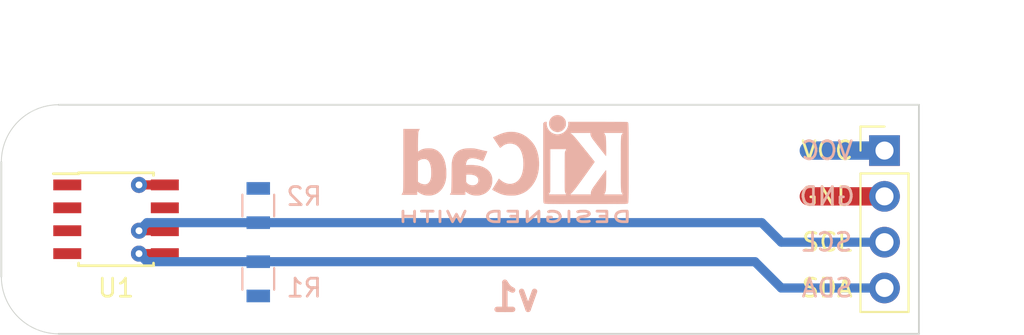
<source format=kicad_pcb>
(kicad_pcb (version 20171130) (host pcbnew "(5.1.5-0-10_14)")

  (general
    (thickness 1.6)
    (drawings 17)
    (tracks 18)
    (zones 0)
    (modules 5)
    (nets 5)
  )

  (page A4)
  (layers
    (0 F.Cu power hide)
    (31 B.Cu power)
    (32 B.Adhes user)
    (33 F.Adhes user)
    (34 B.Paste user)
    (35 F.Paste user)
    (36 B.SilkS user)
    (37 F.SilkS user)
    (38 B.Mask user)
    (39 F.Mask user)
    (40 Dwgs.User user)
    (41 Cmts.User user)
    (42 Eco1.User user)
    (43 Eco2.User user)
    (44 Edge.Cuts user)
    (45 Margin user)
    (46 B.CrtYd user)
    (47 F.CrtYd user)
    (48 B.Fab user)
    (49 F.Fab user)
  )

  (setup
    (last_trace_width 0.508)
    (user_trace_width 1.016)
    (trace_clearance 0.2)
    (zone_clearance 0.508)
    (zone_45_only no)
    (trace_min 0.2)
    (via_size 0.8)
    (via_drill 0.3)
    (via_min_size 0.4)
    (via_min_drill 0.3)
    (uvia_size 0.3)
    (uvia_drill 0.1)
    (uvias_allowed no)
    (uvia_min_size 0.2)
    (uvia_min_drill 0.1)
    (edge_width 0.05)
    (segment_width 0.2)
    (pcb_text_width 0.3)
    (pcb_text_size 1.5 1.5)
    (mod_edge_width 0.12)
    (mod_text_size 1 1)
    (mod_text_width 0.15)
    (pad_size 1.524 1.524)
    (pad_drill 0.762)
    (pad_to_mask_clearance 0.051)
    (solder_mask_min_width 0.25)
    (aux_axis_origin 0 0)
    (visible_elements FFFFFF7F)
    (pcbplotparams
      (layerselection 0x010fc_ffffffff)
      (usegerberextensions false)
      (usegerberattributes false)
      (usegerberadvancedattributes false)
      (creategerberjobfile false)
      (excludeedgelayer true)
      (linewidth 0.100000)
      (plotframeref false)
      (viasonmask false)
      (mode 1)
      (useauxorigin false)
      (hpglpennumber 1)
      (hpglpenspeed 20)
      (hpglpendiameter 15.000000)
      (psnegative false)
      (psa4output false)
      (plotreference true)
      (plotvalue true)
      (plotinvisibletext false)
      (padsonsilk false)
      (subtractmaskfromsilk false)
      (outputformat 1)
      (mirror false)
      (drillshape 1)
      (scaleselection 1)
      (outputdirectory ""))
  )

  (net 0 "")
  (net 1 GND)
  (net 2 /SDA)
  (net 3 /SCL)
  (net 4 VCC)

  (net_class Default "This is the default net class."
    (clearance 0.2)
    (trace_width 0.508)
    (via_dia 0.8)
    (via_drill 0.3)
    (uvia_dia 0.3)
    (uvia_drill 0.1)
    (add_net /SCL)
    (add_net /SDA)
    (add_net GND)
    (add_net VCC)
  )

  (module Resistors_SMD:R_0805 (layer B.Cu) (tedit 58E0A804) (tstamp 5EAEE131)
    (at 166.624 94.488 270)
    (descr "Resistor SMD 0805, reflow soldering, Vishay (see dcrcw.pdf)")
    (tags "resistor 0805")
    (path /5EAF1085)
    (attr smd)
    (fp_text reference R2 (at -0.508 -2.54) (layer B.SilkS)
      (effects (font (size 1 1) (thickness 0.15)) (justify mirror))
    )
    (fp_text value 1K (at 0 -1.75 270) (layer B.Fab) hide
      (effects (font (size 1 1) (thickness 0.15)) (justify mirror))
    )
    (fp_text user %R (at 0 0 270) (layer B.Fab) hide
      (effects (font (size 0.5 0.5) (thickness 0.075)) (justify mirror))
    )
    (fp_line (start -1 -0.62) (end -1 0.62) (layer B.Fab) (width 0.1))
    (fp_line (start 1 -0.62) (end -1 -0.62) (layer B.Fab) (width 0.1))
    (fp_line (start 1 0.62) (end 1 -0.62) (layer B.Fab) (width 0.1))
    (fp_line (start -1 0.62) (end 1 0.62) (layer B.Fab) (width 0.1))
    (fp_line (start 0.6 -0.88) (end -0.6 -0.88) (layer B.SilkS) (width 0.12))
    (fp_line (start -0.6 0.88) (end 0.6 0.88) (layer B.SilkS) (width 0.12))
    (fp_line (start -1.55 0.9) (end 1.55 0.9) (layer B.CrtYd) (width 0.05))
    (fp_line (start -1.55 0.9) (end -1.55 -0.9) (layer B.CrtYd) (width 0.05))
    (fp_line (start 1.55 -0.9) (end 1.55 0.9) (layer B.CrtYd) (width 0.05))
    (fp_line (start 1.55 -0.9) (end -1.55 -0.9) (layer B.CrtYd) (width 0.05))
    (pad 1 smd rect (at -0.95 0 270) (size 0.7 1.3) (layers B.Cu B.Paste B.Mask)
      (net 4 VCC))
    (pad 2 smd rect (at 0.95 0 270) (size 0.7 1.3) (layers B.Cu B.Paste B.Mask)
      (net 3 /SCL))
    (model ${KISYS3DMOD}/Resistors_SMD.3dshapes/R_0805.wrl
      (at (xyz 0 0 0))
      (scale (xyz 1 1 1))
      (rotate (xyz 0 0 0))
    )
  )

  (module Resistors_SMD:R_0805 (layer B.Cu) (tedit 58E0A804) (tstamp 5EAEDF2A)
    (at 166.624 98.552 90)
    (descr "Resistor SMD 0805, reflow soldering, Vishay (see dcrcw.pdf)")
    (tags "resistor 0805")
    (path /5EAF0854)
    (attr smd)
    (fp_text reference R1 (at -0.508 2.54) (layer B.SilkS)
      (effects (font (size 1 1) (thickness 0.15)) (justify mirror))
    )
    (fp_text value 1K (at 0 -1.75 270) (layer B.Fab) hide
      (effects (font (size 1 1) (thickness 0.15)) (justify mirror))
    )
    (fp_text user %R (at 0 0 270) (layer B.Fab) hide
      (effects (font (size 0.5 0.5) (thickness 0.075)) (justify mirror))
    )
    (fp_line (start -1 -0.62) (end -1 0.62) (layer B.Fab) (width 0.1))
    (fp_line (start 1 -0.62) (end -1 -0.62) (layer B.Fab) (width 0.1))
    (fp_line (start 1 0.62) (end 1 -0.62) (layer B.Fab) (width 0.1))
    (fp_line (start -1 0.62) (end 1 0.62) (layer B.Fab) (width 0.1))
    (fp_line (start 0.6 -0.88) (end -0.6 -0.88) (layer B.SilkS) (width 0.12))
    (fp_line (start -0.6 0.88) (end 0.6 0.88) (layer B.SilkS) (width 0.12))
    (fp_line (start -1.55 0.9) (end 1.55 0.9) (layer B.CrtYd) (width 0.05))
    (fp_line (start -1.55 0.9) (end -1.55 -0.9) (layer B.CrtYd) (width 0.05))
    (fp_line (start 1.55 -0.9) (end 1.55 0.9) (layer B.CrtYd) (width 0.05))
    (fp_line (start 1.55 -0.9) (end -1.55 -0.9) (layer B.CrtYd) (width 0.05))
    (pad 1 smd rect (at -0.95 0 90) (size 0.7 1.3) (layers B.Cu B.Paste B.Mask)
      (net 4 VCC))
    (pad 2 smd rect (at 0.95 0 90) (size 0.7 1.3) (layers B.Cu B.Paste B.Mask)
      (net 2 /SDA))
    (model ${KISYS3DMOD}/Resistors_SMD.3dshapes/R_0805.wrl
      (at (xyz 0 0 0))
      (scale (xyz 1 1 1))
      (rotate (xyz 0 0 0))
    )
  )

  (module Symbols:KiCad-Logo2_6mm_SilkScreen (layer B.Cu) (tedit 0) (tstamp 5EAEECA0)
    (at 180.848 92.456 180)
    (descr "KiCad Logo")
    (tags "Logo KiCad")
    (attr virtual)
    (fp_text reference REF*** (at 0 0) (layer B.SilkS) hide
      (effects (font (size 1 1) (thickness 0.15)) (justify mirror))
    )
    (fp_text value KiCad-Logo2_6mm_SilkScreen (at 0.75 0) (layer B.Fab) hide
      (effects (font (size 1 1) (thickness 0.15)) (justify mirror))
    )
    (fp_poly (pts (xy -6.121371 -2.269066) (xy -6.081889 -2.269467) (xy -5.9662 -2.272259) (xy -5.869311 -2.28055)
      (xy -5.787919 -2.295232) (xy -5.718723 -2.317193) (xy -5.65842 -2.347322) (xy -5.603708 -2.38651)
      (xy -5.584167 -2.403532) (xy -5.55175 -2.443363) (xy -5.52252 -2.497413) (xy -5.499991 -2.557323)
      (xy -5.487679 -2.614739) (xy -5.4864 -2.635956) (xy -5.494417 -2.694769) (xy -5.515899 -2.759013)
      (xy -5.546999 -2.819821) (xy -5.583866 -2.86833) (xy -5.589854 -2.874182) (xy -5.640579 -2.915321)
      (xy -5.696125 -2.947435) (xy -5.759696 -2.971365) (xy -5.834494 -2.987953) (xy -5.923722 -2.998041)
      (xy -6.030582 -3.002469) (xy -6.079528 -3.002845) (xy -6.141762 -3.002545) (xy -6.185528 -3.001292)
      (xy -6.214931 -2.998554) (xy -6.234079 -2.993801) (xy -6.247077 -2.986501) (xy -6.254045 -2.980267)
      (xy -6.260626 -2.972694) (xy -6.265788 -2.962924) (xy -6.269703 -2.94834) (xy -6.272543 -2.926326)
      (xy -6.27448 -2.894264) (xy -6.275684 -2.849536) (xy -6.276328 -2.789526) (xy -6.276583 -2.711617)
      (xy -6.276622 -2.635956) (xy -6.27687 -2.535041) (xy -6.276817 -2.454427) (xy -6.275857 -2.415822)
      (xy -6.129867 -2.415822) (xy -6.129867 -2.856089) (xy -6.036734 -2.856004) (xy -5.980693 -2.854396)
      (xy -5.921999 -2.850256) (xy -5.873028 -2.844464) (xy -5.871538 -2.844226) (xy -5.792392 -2.82509)
      (xy -5.731002 -2.795287) (xy -5.684305 -2.752878) (xy -5.654635 -2.706961) (xy -5.636353 -2.656026)
      (xy -5.637771 -2.6082) (xy -5.658988 -2.556933) (xy -5.700489 -2.503899) (xy -5.757998 -2.4646)
      (xy -5.83275 -2.438331) (xy -5.882708 -2.429035) (xy -5.939416 -2.422507) (xy -5.999519 -2.417782)
      (xy -6.050639 -2.415817) (xy -6.053667 -2.415808) (xy -6.129867 -2.415822) (xy -6.275857 -2.415822)
      (xy -6.27526 -2.391851) (xy -6.270998 -2.345055) (xy -6.26283 -2.311778) (xy -6.249556 -2.289759)
      (xy -6.229974 -2.276739) (xy -6.202883 -2.270457) (xy -6.167082 -2.268653) (xy -6.121371 -2.269066)) (layer B.SilkS) (width 0.01))
    (fp_poly (pts (xy -4.712794 -2.269146) (xy -4.643386 -2.269518) (xy -4.590997 -2.270385) (xy -4.552847 -2.271946)
      (xy -4.526159 -2.274403) (xy -4.508153 -2.277957) (xy -4.496049 -2.28281) (xy -4.487069 -2.289161)
      (xy -4.483818 -2.292084) (xy -4.464043 -2.323142) (xy -4.460482 -2.358828) (xy -4.473491 -2.39051)
      (xy -4.479506 -2.396913) (xy -4.489235 -2.403121) (xy -4.504901 -2.40791) (xy -4.529408 -2.411514)
      (xy -4.565661 -2.414164) (xy -4.616565 -2.416095) (xy -4.685026 -2.417539) (xy -4.747617 -2.418418)
      (xy -4.995334 -2.421467) (xy -4.998719 -2.486378) (xy -5.002105 -2.551289) (xy -4.833958 -2.551289)
      (xy -4.760959 -2.551919) (xy -4.707517 -2.554553) (xy -4.670628 -2.560309) (xy -4.647288 -2.570304)
      (xy -4.634494 -2.585656) (xy -4.629242 -2.607482) (xy -4.628445 -2.627738) (xy -4.630923 -2.652592)
      (xy -4.640277 -2.670906) (xy -4.659383 -2.683637) (xy -4.691118 -2.691741) (xy -4.738359 -2.696176)
      (xy -4.803983 -2.697899) (xy -4.839801 -2.698045) (xy -5.000978 -2.698045) (xy -5.000978 -2.856089)
      (xy -4.752622 -2.856089) (xy -4.671213 -2.856202) (xy -4.609342 -2.856712) (xy -4.563968 -2.85787)
      (xy -4.532054 -2.85993) (xy -4.510559 -2.863146) (xy -4.496443 -2.867772) (xy -4.486668 -2.874059)
      (xy -4.481689 -2.878667) (xy -4.46461 -2.90556) (xy -4.459111 -2.929467) (xy -4.466963 -2.958667)
      (xy -4.481689 -2.980267) (xy -4.489546 -2.987066) (xy -4.499688 -2.992346) (xy -4.514844 -2.996298)
      (xy -4.537741 -2.999113) (xy -4.571109 -3.000982) (xy -4.617675 -3.002098) (xy -4.680167 -3.002651)
      (xy -4.761314 -3.002833) (xy -4.803422 -3.002845) (xy -4.893598 -3.002765) (xy -4.963924 -3.002398)
      (xy -5.017129 -3.001552) (xy -5.05594 -3.000036) (xy -5.083087 -2.997659) (xy -5.101298 -2.994229)
      (xy -5.1133 -2.989554) (xy -5.121822 -2.983444) (xy -5.125156 -2.980267) (xy -5.131755 -2.97267)
      (xy -5.136927 -2.96287) (xy -5.140846 -2.948239) (xy -5.143684 -2.926152) (xy -5.145615 -2.893982)
      (xy -5.146812 -2.849103) (xy -5.147448 -2.788889) (xy -5.147697 -2.710713) (xy -5.147734 -2.637923)
      (xy -5.1477 -2.544707) (xy -5.147465 -2.471431) (xy -5.14683 -2.415458) (xy -5.145594 -2.374151)
      (xy -5.143556 -2.344872) (xy -5.140517 -2.324984) (xy -5.136277 -2.31185) (xy -5.130635 -2.302832)
      (xy -5.123391 -2.295293) (xy -5.121606 -2.293612) (xy -5.112945 -2.286172) (xy -5.102882 -2.280409)
      (xy -5.088625 -2.276112) (xy -5.067383 -2.273064) (xy -5.036364 -2.271051) (xy -4.992777 -2.26986)
      (xy -4.933831 -2.269275) (xy -4.856734 -2.269083) (xy -4.802001 -2.269067) (xy -4.712794 -2.269146)) (layer B.SilkS) (width 0.01))
    (fp_poly (pts (xy -3.691703 -2.270351) (xy -3.616888 -2.275581) (xy -3.547306 -2.28375) (xy -3.487002 -2.29455)
      (xy -3.44002 -2.307673) (xy -3.410406 -2.322813) (xy -3.40586 -2.327269) (xy -3.390054 -2.36185)
      (xy -3.394847 -2.397351) (xy -3.419364 -2.427725) (xy -3.420534 -2.428596) (xy -3.434954 -2.437954)
      (xy -3.450008 -2.442876) (xy -3.471005 -2.443473) (xy -3.503257 -2.439861) (xy -3.552073 -2.432154)
      (xy -3.556 -2.431505) (xy -3.628739 -2.422569) (xy -3.707217 -2.418161) (xy -3.785927 -2.418119)
      (xy -3.859361 -2.422279) (xy -3.922011 -2.430479) (xy -3.96837 -2.442557) (xy -3.971416 -2.443771)
      (xy -4.005048 -2.462615) (xy -4.016864 -2.481685) (xy -4.007614 -2.500439) (xy -3.978047 -2.518337)
      (xy -3.928911 -2.534837) (xy -3.860957 -2.549396) (xy -3.815645 -2.556406) (xy -3.721456 -2.569889)
      (xy -3.646544 -2.582214) (xy -3.587717 -2.594449) (xy -3.541785 -2.607661) (xy -3.505555 -2.622917)
      (xy -3.475838 -2.641285) (xy -3.449442 -2.663831) (xy -3.42823 -2.685971) (xy -3.403065 -2.716819)
      (xy -3.390681 -2.743345) (xy -3.386808 -2.776026) (xy -3.386667 -2.787995) (xy -3.389576 -2.827712)
      (xy -3.401202 -2.857259) (xy -3.421323 -2.883486) (xy -3.462216 -2.923576) (xy -3.507817 -2.954149)
      (xy -3.561513 -2.976203) (xy -3.626692 -2.990735) (xy -3.706744 -2.998741) (xy -3.805057 -3.001218)
      (xy -3.821289 -3.001177) (xy -3.886849 -2.999818) (xy -3.951866 -2.99673) (xy -4.009252 -2.992356)
      (xy -4.051922 -2.98714) (xy -4.055372 -2.986541) (xy -4.097796 -2.976491) (xy -4.13378 -2.963796)
      (xy -4.15415 -2.95219) (xy -4.173107 -2.921572) (xy -4.174427 -2.885918) (xy -4.158085 -2.854144)
      (xy -4.154429 -2.850551) (xy -4.139315 -2.839876) (xy -4.120415 -2.835276) (xy -4.091162 -2.836059)
      (xy -4.055651 -2.840127) (xy -4.01597 -2.843762) (xy -3.960345 -2.846828) (xy -3.895406 -2.849053)
      (xy -3.827785 -2.850164) (xy -3.81 -2.850237) (xy -3.742128 -2.849964) (xy -3.692454 -2.848646)
      (xy -3.65661 -2.845827) (xy -3.630224 -2.84105) (xy -3.608926 -2.833857) (xy -3.596126 -2.827867)
      (xy -3.568 -2.811233) (xy -3.550068 -2.796168) (xy -3.547447 -2.791897) (xy -3.552976 -2.774263)
      (xy -3.57926 -2.757192) (xy -3.624478 -2.741458) (xy -3.686808 -2.727838) (xy -3.705171 -2.724804)
      (xy -3.80109 -2.709738) (xy -3.877641 -2.697146) (xy -3.93778 -2.686111) (xy -3.98446 -2.67572)
      (xy -4.020637 -2.665056) (xy -4.049265 -2.653205) (xy -4.073298 -2.639251) (xy -4.095692 -2.622281)
      (xy -4.119402 -2.601378) (xy -4.12738 -2.594049) (xy -4.155353 -2.566699) (xy -4.17016 -2.545029)
      (xy -4.175952 -2.520232) (xy -4.176889 -2.488983) (xy -4.166575 -2.427705) (xy -4.135752 -2.37564)
      (xy -4.084595 -2.332958) (xy -4.013283 -2.299825) (xy -3.9624 -2.284964) (xy -3.9071 -2.275366)
      (xy -3.840853 -2.269936) (xy -3.767706 -2.268367) (xy -3.691703 -2.270351)) (layer B.SilkS) (width 0.01))
    (fp_poly (pts (xy -2.923822 -2.291645) (xy -2.917242 -2.299218) (xy -2.912079 -2.308987) (xy -2.908164 -2.323571)
      (xy -2.905324 -2.345585) (xy -2.903387 -2.377648) (xy -2.902183 -2.422375) (xy -2.901539 -2.482385)
      (xy -2.901284 -2.560294) (xy -2.901245 -2.635956) (xy -2.901314 -2.729802) (xy -2.901638 -2.803689)
      (xy -2.902386 -2.860232) (xy -2.903732 -2.902049) (xy -2.905846 -2.931757) (xy -2.9089 -2.951973)
      (xy -2.913066 -2.965314) (xy -2.918516 -2.974398) (xy -2.923822 -2.980267) (xy -2.956826 -2.999947)
      (xy -2.991991 -2.998181) (xy -3.023455 -2.976717) (xy -3.030684 -2.968337) (xy -3.036334 -2.958614)
      (xy -3.040599 -2.944861) (xy -3.043673 -2.924389) (xy -3.045752 -2.894512) (xy -3.04703 -2.852541)
      (xy -3.047701 -2.795789) (xy -3.047959 -2.721567) (xy -3.048 -2.637537) (xy -3.048 -2.324485)
      (xy -3.020291 -2.296776) (xy -2.986137 -2.273463) (xy -2.953006 -2.272623) (xy -2.923822 -2.291645)) (layer B.SilkS) (width 0.01))
    (fp_poly (pts (xy -1.950081 -2.274599) (xy -1.881565 -2.286095) (xy -1.828943 -2.303967) (xy -1.794708 -2.327499)
      (xy -1.785379 -2.340924) (xy -1.775893 -2.372148) (xy -1.782277 -2.400395) (xy -1.80243 -2.427182)
      (xy -1.833745 -2.439713) (xy -1.879183 -2.438696) (xy -1.914326 -2.431906) (xy -1.992419 -2.418971)
      (xy -2.072226 -2.417742) (xy -2.161555 -2.428241) (xy -2.186229 -2.43269) (xy -2.269291 -2.456108)
      (xy -2.334273 -2.490945) (xy -2.380461 -2.536604) (xy -2.407145 -2.592494) (xy -2.412663 -2.621388)
      (xy -2.409051 -2.680012) (xy -2.385729 -2.731879) (xy -2.344824 -2.775978) (xy -2.288459 -2.811299)
      (xy -2.21876 -2.836829) (xy -2.137852 -2.851559) (xy -2.04786 -2.854478) (xy -1.95091 -2.844575)
      (xy -1.945436 -2.843641) (xy -1.906875 -2.836459) (xy -1.885494 -2.829521) (xy -1.876227 -2.819227)
      (xy -1.874006 -2.801976) (xy -1.873956 -2.792841) (xy -1.873956 -2.754489) (xy -1.942431 -2.754489)
      (xy -2.0029 -2.750347) (xy -2.044165 -2.737147) (xy -2.068175 -2.71373) (xy -2.076877 -2.678936)
      (xy -2.076983 -2.674394) (xy -2.071892 -2.644654) (xy -2.054433 -2.623419) (xy -2.021939 -2.609366)
      (xy -1.971743 -2.601173) (xy -1.923123 -2.598161) (xy -1.852456 -2.596433) (xy -1.801198 -2.59907)
      (xy -1.766239 -2.6088) (xy -1.74447 -2.628353) (xy -1.73278 -2.660456) (xy -1.72806 -2.707838)
      (xy -1.7272 -2.770071) (xy -1.728609 -2.839535) (xy -1.732848 -2.886786) (xy -1.739936 -2.912012)
      (xy -1.741311 -2.913988) (xy -1.780228 -2.945508) (xy -1.837286 -2.97047) (xy -1.908869 -2.98834)
      (xy -1.991358 -2.998586) (xy -2.081139 -3.000673) (xy -2.174592 -2.994068) (xy -2.229556 -2.985956)
      (xy -2.315766 -2.961554) (xy -2.395892 -2.921662) (xy -2.462977 -2.869887) (xy -2.473173 -2.859539)
      (xy -2.506302 -2.816035) (xy -2.536194 -2.762118) (xy -2.559357 -2.705592) (xy -2.572298 -2.654259)
      (xy -2.573858 -2.634544) (xy -2.567218 -2.593419) (xy -2.549568 -2.542252) (xy -2.524297 -2.488394)
      (xy -2.494789 -2.439195) (xy -2.468719 -2.406334) (xy -2.407765 -2.357452) (xy -2.328969 -2.318545)
      (xy -2.235157 -2.290494) (xy -2.12915 -2.274179) (xy -2.032 -2.270192) (xy -1.950081 -2.274599)) (layer B.SilkS) (width 0.01))
    (fp_poly (pts (xy -1.300114 -2.273448) (xy -1.276548 -2.287273) (xy -1.245735 -2.309881) (xy -1.206078 -2.342338)
      (xy -1.15598 -2.385708) (xy -1.093843 -2.441058) (xy -1.018072 -2.509451) (xy -0.931334 -2.588084)
      (xy -0.750711 -2.751878) (xy -0.745067 -2.532029) (xy -0.743029 -2.456351) (xy -0.741063 -2.399994)
      (xy -0.738734 -2.359706) (xy -0.735606 -2.332235) (xy -0.731245 -2.314329) (xy -0.725216 -2.302737)
      (xy -0.717084 -2.294208) (xy -0.712772 -2.290623) (xy -0.678241 -2.27167) (xy -0.645383 -2.274441)
      (xy -0.619318 -2.290633) (xy -0.592667 -2.312199) (xy -0.589352 -2.627151) (xy -0.588435 -2.719779)
      (xy -0.587968 -2.792544) (xy -0.588113 -2.848161) (xy -0.589032 -2.889342) (xy -0.590887 -2.918803)
      (xy -0.593839 -2.939255) (xy -0.59805 -2.953413) (xy -0.603682 -2.963991) (xy -0.609927 -2.972474)
      (xy -0.623439 -2.988207) (xy -0.636883 -2.998636) (xy -0.652124 -3.002639) (xy -0.671026 -2.999094)
      (xy -0.695455 -2.986879) (xy -0.727273 -2.964871) (xy -0.768348 -2.931949) (xy -0.820542 -2.886991)
      (xy -0.885722 -2.828875) (xy -0.959556 -2.762099) (xy -1.224845 -2.521458) (xy -1.230489 -2.740589)
      (xy -1.232531 -2.816128) (xy -1.234502 -2.872354) (xy -1.236839 -2.912524) (xy -1.239981 -2.939896)
      (xy -1.244364 -2.957728) (xy -1.250424 -2.969279) (xy -1.2586 -2.977807) (xy -1.262784 -2.981282)
      (xy -1.299765 -3.000372) (xy -1.334708 -2.997493) (xy -1.365136 -2.9731) (xy -1.372097 -2.963286)
      (xy -1.377523 -2.951826) (xy -1.381603 -2.935968) (xy -1.384529 -2.912963) (xy -1.386492 -2.880062)
      (xy -1.387683 -2.834516) (xy -1.388292 -2.773573) (xy -1.388511 -2.694486) (xy -1.388534 -2.635956)
      (xy -1.38846 -2.544407) (xy -1.388113 -2.472687) (xy -1.387301 -2.418045) (xy -1.385833 -2.377732)
      (xy -1.383519 -2.348998) (xy -1.380167 -2.329093) (xy -1.375588 -2.315268) (xy -1.369589 -2.304772)
      (xy -1.365136 -2.298811) (xy -1.35385 -2.284691) (xy -1.343301 -2.274029) (xy -1.331893 -2.267892)
      (xy -1.31803 -2.267343) (xy -1.300114 -2.273448)) (layer B.SilkS) (width 0.01))
    (fp_poly (pts (xy 0.230343 -2.26926) (xy 0.306701 -2.270174) (xy 0.365217 -2.272311) (xy 0.408255 -2.276175)
      (xy 0.438183 -2.282267) (xy 0.457368 -2.29109) (xy 0.468176 -2.303146) (xy 0.472973 -2.318939)
      (xy 0.474127 -2.33897) (xy 0.474133 -2.341335) (xy 0.473131 -2.363992) (xy 0.468396 -2.381503)
      (xy 0.457333 -2.394574) (xy 0.437348 -2.403913) (xy 0.405846 -2.410227) (xy 0.360232 -2.414222)
      (xy 0.297913 -2.416606) (xy 0.216293 -2.418086) (xy 0.191277 -2.418414) (xy -0.0508 -2.421467)
      (xy -0.054186 -2.486378) (xy -0.057571 -2.551289) (xy 0.110576 -2.551289) (xy 0.176266 -2.551531)
      (xy 0.223172 -2.552556) (xy 0.255083 -2.554811) (xy 0.275791 -2.558742) (xy 0.289084 -2.564798)
      (xy 0.298755 -2.573424) (xy 0.298817 -2.573493) (xy 0.316356 -2.607112) (xy 0.315722 -2.643448)
      (xy 0.297314 -2.674423) (xy 0.293671 -2.677607) (xy 0.280741 -2.685812) (xy 0.263024 -2.691521)
      (xy 0.23657 -2.695162) (xy 0.197432 -2.697167) (xy 0.141662 -2.697964) (xy 0.105994 -2.698045)
      (xy -0.056445 -2.698045) (xy -0.056445 -2.856089) (xy 0.190161 -2.856089) (xy 0.27158 -2.856231)
      (xy 0.33341 -2.856814) (xy 0.378637 -2.858068) (xy 0.410248 -2.860227) (xy 0.431231 -2.863523)
      (xy 0.444573 -2.868189) (xy 0.453261 -2.874457) (xy 0.45545 -2.876733) (xy 0.471614 -2.90828)
      (xy 0.472797 -2.944168) (xy 0.459536 -2.975285) (xy 0.449043 -2.985271) (xy 0.438129 -2.990769)
      (xy 0.421217 -2.995022) (xy 0.395633 -2.99818) (xy 0.358701 -3.000392) (xy 0.307746 -3.001806)
      (xy 0.240094 -3.002572) (xy 0.153069 -3.002838) (xy 0.133394 -3.002845) (xy 0.044911 -3.002787)
      (xy -0.023773 -3.002467) (xy -0.075436 -3.001667) (xy -0.112855 -3.000167) (xy -0.13881 -2.997749)
      (xy -0.156078 -2.994194) (xy -0.167438 -2.989282) (xy -0.175668 -2.982795) (xy -0.180183 -2.978138)
      (xy -0.186979 -2.969889) (xy -0.192288 -2.959669) (xy -0.196294 -2.9448) (xy -0.199179 -2.922602)
      (xy -0.201126 -2.890393) (xy -0.202319 -2.845496) (xy -0.202939 -2.785228) (xy -0.203171 -2.706911)
      (xy -0.2032 -2.640994) (xy -0.203129 -2.548628) (xy -0.202792 -2.476117) (xy -0.202002 -2.420737)
      (xy -0.200574 -2.379765) (xy -0.198321 -2.350478) (xy -0.195057 -2.330153) (xy -0.190596 -2.316066)
      (xy -0.184752 -2.305495) (xy -0.179803 -2.298811) (xy -0.156406 -2.269067) (xy 0.133774 -2.269067)
      (xy 0.230343 -2.26926)) (layer B.SilkS) (width 0.01))
    (fp_poly (pts (xy 1.018309 -2.269275) (xy 1.147288 -2.273636) (xy 1.256991 -2.286861) (xy 1.349226 -2.309741)
      (xy 1.425802 -2.34307) (xy 1.488527 -2.387638) (xy 1.539212 -2.444236) (xy 1.579663 -2.513658)
      (xy 1.580459 -2.515351) (xy 1.604601 -2.577483) (xy 1.613203 -2.632509) (xy 1.606231 -2.687887)
      (xy 1.583654 -2.751073) (xy 1.579372 -2.760689) (xy 1.550172 -2.816966) (xy 1.517356 -2.860451)
      (xy 1.475002 -2.897417) (xy 1.41719 -2.934135) (xy 1.413831 -2.936052) (xy 1.363504 -2.960227)
      (xy 1.306621 -2.978282) (xy 1.239527 -2.990839) (xy 1.158565 -2.998522) (xy 1.060082 -3.001953)
      (xy 1.025286 -3.002251) (xy 0.859594 -3.002845) (xy 0.836197 -2.9731) (xy 0.829257 -2.963319)
      (xy 0.823842 -2.951897) (xy 0.819765 -2.936095) (xy 0.816837 -2.913175) (xy 0.814867 -2.880396)
      (xy 0.814225 -2.856089) (xy 0.970844 -2.856089) (xy 1.064726 -2.856089) (xy 1.119664 -2.854483)
      (xy 1.17606 -2.850255) (xy 1.222345 -2.844292) (xy 1.225139 -2.84379) (xy 1.307348 -2.821736)
      (xy 1.371114 -2.7886) (xy 1.418452 -2.742847) (xy 1.451382 -2.682939) (xy 1.457108 -2.667061)
      (xy 1.462721 -2.642333) (xy 1.460291 -2.617902) (xy 1.448467 -2.5854) (xy 1.44134 -2.569434)
      (xy 1.418 -2.527006) (xy 1.38988 -2.49724) (xy 1.35894 -2.476511) (xy 1.296966 -2.449537)
      (xy 1.217651 -2.429998) (xy 1.125253 -2.418746) (xy 1.058333 -2.41627) (xy 0.970844 -2.415822)
      (xy 0.970844 -2.856089) (xy 0.814225 -2.856089) (xy 0.813668 -2.835021) (xy 0.81305 -2.774311)
      (xy 0.812825 -2.695526) (xy 0.8128 -2.63392) (xy 0.8128 -2.324485) (xy 0.840509 -2.296776)
      (xy 0.852806 -2.285544) (xy 0.866103 -2.277853) (xy 0.884672 -2.27304) (xy 0.912786 -2.270446)
      (xy 0.954717 -2.26941) (xy 1.014737 -2.26927) (xy 1.018309 -2.269275)) (layer B.SilkS) (width 0.01))
    (fp_poly (pts (xy 3.744665 -2.271034) (xy 3.764255 -2.278035) (xy 3.76501 -2.278377) (xy 3.791613 -2.298678)
      (xy 3.80627 -2.319561) (xy 3.809138 -2.329352) (xy 3.808996 -2.342361) (xy 3.804961 -2.360895)
      (xy 3.796146 -2.387257) (xy 3.781669 -2.423752) (xy 3.760645 -2.472687) (xy 3.732188 -2.536365)
      (xy 3.695415 -2.617093) (xy 3.675175 -2.661216) (xy 3.638625 -2.739985) (xy 3.604315 -2.812423)
      (xy 3.573552 -2.87588) (xy 3.547648 -2.927708) (xy 3.52791 -2.965259) (xy 3.51565 -2.985884)
      (xy 3.513224 -2.988733) (xy 3.482183 -3.001302) (xy 3.447121 -2.999619) (xy 3.419 -2.984332)
      (xy 3.417854 -2.983089) (xy 3.406668 -2.966154) (xy 3.387904 -2.93317) (xy 3.363875 -2.88838)
      (xy 3.336897 -2.836032) (xy 3.327201 -2.816742) (xy 3.254014 -2.67015) (xy 3.17424 -2.829393)
      (xy 3.145767 -2.884415) (xy 3.11935 -2.932132) (xy 3.097148 -2.968893) (xy 3.081319 -2.991044)
      (xy 3.075954 -2.995741) (xy 3.034257 -3.002102) (xy 2.999849 -2.988733) (xy 2.989728 -2.974446)
      (xy 2.972214 -2.942692) (xy 2.948735 -2.896597) (xy 2.92072 -2.839285) (xy 2.889599 -2.77388)
      (xy 2.856799 -2.703507) (xy 2.82375 -2.631291) (xy 2.791881 -2.560355) (xy 2.762619 -2.493825)
      (xy 2.737395 -2.434826) (xy 2.717636 -2.386481) (xy 2.704772 -2.351915) (xy 2.700231 -2.334253)
      (xy 2.700277 -2.333613) (xy 2.711326 -2.311388) (xy 2.73341 -2.288753) (xy 2.73471 -2.287768)
      (xy 2.761853 -2.272425) (xy 2.786958 -2.272574) (xy 2.796368 -2.275466) (xy 2.807834 -2.281718)
      (xy 2.82001 -2.294014) (xy 2.834357 -2.314908) (xy 2.852336 -2.346949) (xy 2.875407 -2.392688)
      (xy 2.90503 -2.454677) (xy 2.931745 -2.511898) (xy 2.96248 -2.578226) (xy 2.990021 -2.637874)
      (xy 3.012938 -2.687725) (xy 3.029798 -2.724664) (xy 3.039173 -2.745573) (xy 3.04054 -2.748845)
      (xy 3.046689 -2.743497) (xy 3.060822 -2.721109) (xy 3.081057 -2.684946) (xy 3.105515 -2.638277)
      (xy 3.115248 -2.619022) (xy 3.148217 -2.554004) (xy 3.173643 -2.506654) (xy 3.193612 -2.474219)
      (xy 3.21021 -2.453946) (xy 3.225524 -2.443082) (xy 3.24164 -2.438875) (xy 3.252143 -2.4384)
      (xy 3.27067 -2.440042) (xy 3.286904 -2.446831) (xy 3.303035 -2.461566) (xy 3.321251 -2.487044)
      (xy 3.343739 -2.526061) (xy 3.372689 -2.581414) (xy 3.388662 -2.612903) (xy 3.41457 -2.663087)
      (xy 3.437167 -2.704704) (xy 3.454458 -2.734242) (xy 3.46445 -2.748189) (xy 3.465809 -2.74877)
      (xy 3.472261 -2.737793) (xy 3.486708 -2.70929) (xy 3.507703 -2.666244) (xy 3.533797 -2.611638)
      (xy 3.563546 -2.548454) (xy 3.57818 -2.517071) (xy 3.61625 -2.436078) (xy 3.646905 -2.373756)
      (xy 3.671737 -2.328071) (xy 3.692337 -2.296989) (xy 3.710298 -2.278478) (xy 3.72721 -2.270504)
      (xy 3.744665 -2.271034)) (layer B.SilkS) (width 0.01))
    (fp_poly (pts (xy 4.188614 -2.275877) (xy 4.212327 -2.290647) (xy 4.238978 -2.312227) (xy 4.238978 -2.633773)
      (xy 4.238893 -2.72783) (xy 4.238529 -2.801932) (xy 4.237724 -2.858704) (xy 4.236313 -2.900768)
      (xy 4.234133 -2.930748) (xy 4.231021 -2.951267) (xy 4.226814 -2.964949) (xy 4.221348 -2.974416)
      (xy 4.217472 -2.979082) (xy 4.186034 -2.999575) (xy 4.150233 -2.998739) (xy 4.118873 -2.981264)
      (xy 4.092222 -2.959684) (xy 4.092222 -2.312227) (xy 4.118873 -2.290647) (xy 4.144594 -2.274949)
      (xy 4.1656 -2.269067) (xy 4.188614 -2.275877)) (layer B.SilkS) (width 0.01))
    (fp_poly (pts (xy 4.963065 -2.269163) (xy 5.041772 -2.269542) (xy 5.102863 -2.270333) (xy 5.148817 -2.27167)
      (xy 5.182114 -2.273683) (xy 5.205236 -2.276506) (xy 5.220662 -2.280269) (xy 5.230871 -2.285105)
      (xy 5.235813 -2.288822) (xy 5.261457 -2.321358) (xy 5.264559 -2.355138) (xy 5.248711 -2.385826)
      (xy 5.238348 -2.398089) (xy 5.227196 -2.40645) (xy 5.211035 -2.411657) (xy 5.185642 -2.414457)
      (xy 5.146798 -2.415596) (xy 5.09028 -2.415821) (xy 5.07918 -2.415822) (xy 4.933244 -2.415822)
      (xy 4.933244 -2.686756) (xy 4.933148 -2.772154) (xy 4.932711 -2.837864) (xy 4.931712 -2.886774)
      (xy 4.929928 -2.921773) (xy 4.927137 -2.945749) (xy 4.923117 -2.961593) (xy 4.917645 -2.972191)
      (xy 4.910666 -2.980267) (xy 4.877734 -3.000112) (xy 4.843354 -2.998548) (xy 4.812176 -2.975906)
      (xy 4.809886 -2.9731) (xy 4.802429 -2.962492) (xy 4.796747 -2.950081) (xy 4.792601 -2.93285)
      (xy 4.78975 -2.907784) (xy 4.787954 -2.871867) (xy 4.786972 -2.822083) (xy 4.786564 -2.755417)
      (xy 4.786489 -2.679589) (xy 4.786489 -2.415822) (xy 4.647127 -2.415822) (xy 4.587322 -2.415418)
      (xy 4.545918 -2.41384) (xy 4.518748 -2.410547) (xy 4.501646 -2.404992) (xy 4.490443 -2.396631)
      (xy 4.489083 -2.395178) (xy 4.472725 -2.361939) (xy 4.474172 -2.324362) (xy 4.492978 -2.291645)
      (xy 4.50025 -2.285298) (xy 4.509627 -2.280266) (xy 4.523609 -2.276396) (xy 4.544696 -2.273537)
      (xy 4.575389 -2.271535) (xy 4.618189 -2.270239) (xy 4.675595 -2.269498) (xy 4.75011 -2.269158)
      (xy 4.844233 -2.269068) (xy 4.86426 -2.269067) (xy 4.963065 -2.269163)) (layer B.SilkS) (width 0.01))
    (fp_poly (pts (xy 6.228823 -2.274533) (xy 6.260202 -2.296776) (xy 6.287911 -2.324485) (xy 6.287911 -2.63392)
      (xy 6.287838 -2.725799) (xy 6.287495 -2.79784) (xy 6.286692 -2.85278) (xy 6.285241 -2.89336)
      (xy 6.282952 -2.922317) (xy 6.279636 -2.942391) (xy 6.275105 -2.956321) (xy 6.269169 -2.966845)
      (xy 6.264514 -2.9731) (xy 6.233783 -2.997673) (xy 6.198496 -3.000341) (xy 6.166245 -2.985271)
      (xy 6.155588 -2.976374) (xy 6.148464 -2.964557) (xy 6.144167 -2.945526) (xy 6.141991 -2.914992)
      (xy 6.141228 -2.868662) (xy 6.141155 -2.832871) (xy 6.141155 -2.698045) (xy 5.644444 -2.698045)
      (xy 5.644444 -2.8207) (xy 5.643931 -2.876787) (xy 5.641876 -2.915333) (xy 5.637508 -2.941361)
      (xy 5.630056 -2.959897) (xy 5.621047 -2.9731) (xy 5.590144 -2.997604) (xy 5.555196 -3.000506)
      (xy 5.521738 -2.983089) (xy 5.512604 -2.973959) (xy 5.506152 -2.961855) (xy 5.501897 -2.943001)
      (xy 5.499352 -2.91362) (xy 5.498029 -2.869937) (xy 5.497443 -2.808175) (xy 5.497375 -2.794)
      (xy 5.496891 -2.677631) (xy 5.496641 -2.581727) (xy 5.496723 -2.504177) (xy 5.497231 -2.442869)
      (xy 5.498262 -2.39569) (xy 5.499913 -2.36053) (xy 5.502279 -2.335276) (xy 5.505457 -2.317817)
      (xy 5.509544 -2.306041) (xy 5.514634 -2.297835) (xy 5.520266 -2.291645) (xy 5.552128 -2.271844)
      (xy 5.585357 -2.274533) (xy 5.616735 -2.296776) (xy 5.629433 -2.311126) (xy 5.637526 -2.326978)
      (xy 5.642042 -2.349554) (xy 5.644006 -2.384078) (xy 5.644444 -2.435776) (xy 5.644444 -2.551289)
      (xy 6.141155 -2.551289) (xy 6.141155 -2.432756) (xy 6.141662 -2.378148) (xy 6.143698 -2.341275)
      (xy 6.148035 -2.317307) (xy 6.155447 -2.301415) (xy 6.163733 -2.291645) (xy 6.195594 -2.271844)
      (xy 6.228823 -2.274533)) (layer B.SilkS) (width 0.01))
    (fp_poly (pts (xy -2.9464 2.510946) (xy -2.935535 2.397007) (xy -2.903918 2.289384) (xy -2.853015 2.190385)
      (xy -2.784293 2.102316) (xy -2.699219 2.027484) (xy -2.602232 1.969616) (xy -2.495964 1.929995)
      (xy -2.38895 1.911427) (xy -2.2833 1.912566) (xy -2.181125 1.93207) (xy -2.084534 1.968594)
      (xy -1.995638 2.020795) (xy -1.916546 2.087327) (xy -1.849369 2.166848) (xy -1.796217 2.258013)
      (xy -1.759199 2.359477) (xy -1.740427 2.469898) (xy -1.738489 2.519794) (xy -1.738489 2.607733)
      (xy -1.68656 2.607733) (xy -1.650253 2.604889) (xy -1.623355 2.593089) (xy -1.596249 2.569351)
      (xy -1.557867 2.530969) (xy -1.557867 0.339398) (xy -1.557876 0.077261) (xy -1.557908 -0.163241)
      (xy -1.557972 -0.383048) (xy -1.558076 -0.583101) (xy -1.558227 -0.764344) (xy -1.558434 -0.927716)
      (xy -1.558706 -1.07416) (xy -1.55905 -1.204617) (xy -1.559474 -1.320029) (xy -1.559987 -1.421338)
      (xy -1.560597 -1.509484) (xy -1.561312 -1.58541) (xy -1.56214 -1.650057) (xy -1.563089 -1.704367)
      (xy -1.564167 -1.74928) (xy -1.565383 -1.78574) (xy -1.566745 -1.814687) (xy -1.568261 -1.837063)
      (xy -1.569938 -1.853809) (xy -1.571786 -1.865868) (xy -1.573813 -1.87418) (xy -1.576025 -1.879687)
      (xy -1.577108 -1.881537) (xy -1.581271 -1.888549) (xy -1.584805 -1.894996) (xy -1.588635 -1.9009)
      (xy -1.593682 -1.906286) (xy -1.600871 -1.911178) (xy -1.611123 -1.915598) (xy -1.625364 -1.919572)
      (xy -1.644514 -1.923121) (xy -1.669499 -1.92627) (xy -1.70124 -1.929042) (xy -1.740662 -1.931461)
      (xy -1.788686 -1.933551) (xy -1.846237 -1.935335) (xy -1.914237 -1.936837) (xy -1.99361 -1.93808)
      (xy -2.085279 -1.939089) (xy -2.190166 -1.939885) (xy -2.309196 -1.940494) (xy -2.44329 -1.940939)
      (xy -2.593373 -1.941243) (xy -2.760367 -1.94143) (xy -2.945196 -1.941524) (xy -3.148783 -1.941548)
      (xy -3.37205 -1.941525) (xy -3.615922 -1.94148) (xy -3.881321 -1.941437) (xy -3.919704 -1.941432)
      (xy -4.186682 -1.941389) (xy -4.432002 -1.941318) (xy -4.656583 -1.941213) (xy -4.861345 -1.941066)
      (xy -5.047206 -1.940869) (xy -5.215088 -1.940616) (xy -5.365908 -1.9403) (xy -5.500587 -1.939913)
      (xy -5.620044 -1.939447) (xy -5.725199 -1.938897) (xy -5.816971 -1.938253) (xy -5.896279 -1.937511)
      (xy -5.964043 -1.936661) (xy -6.021182 -1.935697) (xy -6.068617 -1.934611) (xy -6.107266 -1.933397)
      (xy -6.138049 -1.932047) (xy -6.161885 -1.930555) (xy -6.179694 -1.928911) (xy -6.192395 -1.927111)
      (xy -6.200908 -1.925145) (xy -6.205266 -1.923477) (xy -6.213728 -1.919906) (xy -6.221497 -1.91727)
      (xy -6.228602 -1.914634) (xy -6.235073 -1.911062) (xy -6.240939 -1.905621) (xy -6.246229 -1.897375)
      (xy -6.250974 -1.88539) (xy -6.255202 -1.868731) (xy -6.258943 -1.846463) (xy -6.262227 -1.817652)
      (xy -6.265083 -1.781363) (xy -6.26754 -1.736661) (xy -6.269629 -1.682611) (xy -6.271378 -1.618279)
      (xy -6.272817 -1.54273) (xy -6.273976 -1.45503) (xy -6.274883 -1.354243) (xy -6.275569 -1.239434)
      (xy -6.276063 -1.10967) (xy -6.276395 -0.964015) (xy -6.276593 -0.801535) (xy -6.276687 -0.621295)
      (xy -6.276708 -0.42236) (xy -6.276685 -0.203796) (xy -6.276646 0.035332) (xy -6.276622 0.29596)
      (xy -6.276622 0.338111) (xy -6.276636 0.601008) (xy -6.276661 0.842268) (xy -6.276671 1.062835)
      (xy -6.276642 1.263648) (xy -6.276548 1.445651) (xy -6.276362 1.609784) (xy -6.276059 1.756989)
      (xy -6.275614 1.888208) (xy -6.275034 1.998133) (xy -5.972197 1.998133) (xy -5.932407 1.940289)
      (xy -5.921236 1.924521) (xy -5.911166 1.910559) (xy -5.902138 1.897216) (xy -5.894097 1.883307)
      (xy -5.886986 1.867644) (xy -5.880747 1.849042) (xy -5.875325 1.826314) (xy -5.870662 1.798273)
      (xy -5.866701 1.763733) (xy -5.863385 1.721508) (xy -5.860659 1.670411) (xy -5.858464 1.609256)
      (xy -5.856745 1.536856) (xy -5.855444 1.452025) (xy -5.854505 1.353578) (xy -5.85387 1.240326)
      (xy -5.853484 1.111084) (xy -5.853288 0.964666) (xy -5.853227 0.799884) (xy -5.853243 0.615553)
      (xy -5.85328 0.410487) (xy -5.853289 0.287867) (xy -5.853265 0.070918) (xy -5.853231 -0.124642)
      (xy -5.853243 -0.299999) (xy -5.853358 -0.456341) (xy -5.85363 -0.594857) (xy -5.854118 -0.716734)
      (xy -5.854876 -0.82316) (xy -5.855962 -0.915322) (xy -5.857431 -0.994409) (xy -5.85934 -1.061608)
      (xy -5.861744 -1.118107) (xy -5.864701 -1.165093) (xy -5.868266 -1.203755) (xy -5.872495 -1.23528)
      (xy -5.877446 -1.260855) (xy -5.883173 -1.28167) (xy -5.889733 -1.298911) (xy -5.897183 -1.313765)
      (xy -5.905579 -1.327422) (xy -5.914976 -1.341069) (xy -5.925432 -1.355893) (xy -5.931523 -1.364783)
      (xy -5.970296 -1.4224) (xy -5.438732 -1.4224) (xy -5.315483 -1.422365) (xy -5.212987 -1.422215)
      (xy -5.12942 -1.421878) (xy -5.062956 -1.421286) (xy -5.011771 -1.420367) (xy -4.974041 -1.419051)
      (xy -4.94794 -1.417269) (xy -4.931644 -1.414951) (xy -4.923328 -1.412026) (xy -4.921168 -1.408424)
      (xy -4.923339 -1.404075) (xy -4.924535 -1.402645) (xy -4.949685 -1.365573) (xy -4.975583 -1.312772)
      (xy -4.999192 -1.25077) (xy -5.007461 -1.224357) (xy -5.012078 -1.206416) (xy -5.015979 -1.185355)
      (xy -5.019248 -1.159089) (xy -5.021966 -1.125532) (xy -5.024215 -1.082599) (xy -5.026077 -1.028204)
      (xy -5.027636 -0.960262) (xy -5.028972 -0.876688) (xy -5.030169 -0.775395) (xy -5.031308 -0.6543)
      (xy -5.031685 -0.6096) (xy -5.032702 -0.484449) (xy -5.03346 -0.380082) (xy -5.033903 -0.294707)
      (xy -5.03397 -0.226533) (xy -5.033605 -0.173765) (xy -5.032748 -0.134614) (xy -5.031341 -0.107285)
      (xy -5.029325 -0.089986) (xy -5.026643 -0.080926) (xy -5.023236 -0.078312) (xy -5.019044 -0.080351)
      (xy -5.014571 -0.084667) (xy -5.004216 -0.097602) (xy -4.982158 -0.126676) (xy -4.949957 -0.169759)
      (xy -4.909174 -0.224718) (xy -4.86137 -0.289423) (xy -4.808105 -0.361742) (xy -4.75094 -0.439544)
      (xy -4.691437 -0.520698) (xy -4.631155 -0.603072) (xy -4.571655 -0.684536) (xy -4.514498 -0.762957)
      (xy -4.461245 -0.836204) (xy -4.413457 -0.902147) (xy -4.372693 -0.958654) (xy -4.340516 -1.003593)
      (xy -4.318485 -1.034834) (xy -4.313917 -1.041466) (xy -4.290996 -1.078369) (xy -4.264188 -1.126359)
      (xy -4.238789 -1.175897) (xy -4.235568 -1.182577) (xy -4.21389 -1.230772) (xy -4.201304 -1.268334)
      (xy -4.195574 -1.30416) (xy -4.194456 -1.3462) (xy -4.19509 -1.4224) (xy -3.040651 -1.4224)
      (xy -3.131815 -1.328669) (xy -3.178612 -1.278775) (xy -3.228899 -1.222295) (xy -3.274944 -1.168026)
      (xy -3.295369 -1.142673) (xy -3.325807 -1.103128) (xy -3.365862 -1.049916) (xy -3.414361 -0.984667)
      (xy -3.470135 -0.909011) (xy -3.532011 -0.824577) (xy -3.598819 -0.732994) (xy -3.669387 -0.635892)
      (xy -3.742545 -0.534901) (xy -3.817121 -0.43165) (xy -3.891944 -0.327768) (xy -3.965843 -0.224885)
      (xy -4.037646 -0.124631) (xy -4.106184 -0.028636) (xy -4.170284 0.061473) (xy -4.228775 0.144064)
      (xy -4.280486 0.217508) (xy -4.324247 0.280176) (xy -4.358885 0.330439) (xy -4.38323 0.366666)
      (xy -4.396111 0.387229) (xy -4.397869 0.391332) (xy -4.38991 0.402658) (xy -4.369115 0.429838)
      (xy -4.336847 0.471171) (xy -4.29447 0.524956) (xy -4.243347 0.589494) (xy -4.184841 0.663082)
      (xy -4.120314 0.744022) (xy -4.051131 0.830612) (xy -3.978653 0.921152) (xy -3.904246 1.01394)
      (xy -3.844517 1.088298) (xy -2.833511 1.088298) (xy -2.827602 1.075341) (xy -2.813272 1.053092)
      (xy -2.812225 1.051609) (xy -2.793438 1.021456) (xy -2.773791 0.984625) (xy -2.769892 0.976489)
      (xy -2.766356 0.96806) (xy -2.76323 0.957941) (xy -2.760486 0.94474) (xy -2.758092 0.927062)
      (xy -2.756019 0.903516) (xy -2.754235 0.872707) (xy -2.752712 0.833243) (xy -2.751419 0.783731)
      (xy -2.750326 0.722777) (xy -2.749403 0.648989) (xy -2.748619 0.560972) (xy -2.747945 0.457335)
      (xy -2.74735 0.336684) (xy -2.746805 0.197626) (xy -2.746279 0.038768) (xy -2.745745 -0.140089)
      (xy -2.745206 -0.325207) (xy -2.744772 -0.489145) (xy -2.744509 -0.633303) (xy -2.744484 -0.759079)
      (xy -2.744765 -0.867871) (xy -2.745419 -0.961077) (xy -2.746514 -1.040097) (xy -2.748118 -1.106328)
      (xy -2.750297 -1.16117) (xy -2.753119 -1.206021) (xy -2.756651 -1.242278) (xy -2.760961 -1.271341)
      (xy -2.766117 -1.294609) (xy -2.772185 -1.313479) (xy -2.779233 -1.329351) (xy -2.787329 -1.343622)
      (xy -2.79654 -1.357691) (xy -2.80504 -1.370158) (xy -2.822176 -1.396452) (xy -2.832322 -1.414037)
      (xy -2.833511 -1.417257) (xy -2.822604 -1.418334) (xy -2.791411 -1.419335) (xy -2.742223 -1.420235)
      (xy -2.677333 -1.42101) (xy -2.59903 -1.421637) (xy -2.509607 -1.422091) (xy -2.411356 -1.422349)
      (xy -2.342445 -1.4224) (xy -2.237452 -1.42218) (xy -2.14061 -1.421548) (xy -2.054107 -1.420549)
      (xy -1.980132 -1.419227) (xy -1.920874 -1.417626) (xy -1.87852 -1.415791) (xy -1.85526 -1.413765)
      (xy -1.851378 -1.412493) (xy -1.859076 -1.397591) (xy -1.867074 -1.38956) (xy -1.880246 -1.372434)
      (xy -1.897485 -1.342183) (xy -1.909407 -1.317622) (xy -1.936045 -1.258711) (xy -1.93912 -0.081845)
      (xy -1.942195 1.095022) (xy -2.387853 1.095022) (xy -2.48567 1.094858) (xy -2.576064 1.094389)
      (xy -2.65663 1.093653) (xy -2.724962 1.092684) (xy -2.778656 1.09152) (xy -2.815305 1.090197)
      (xy -2.832504 1.088751) (xy -2.833511 1.088298) (xy -3.844517 1.088298) (xy -3.82927 1.107278)
      (xy -3.75509 1.199463) (xy -3.683069 1.288796) (xy -3.614569 1.373576) (xy -3.550955 1.452102)
      (xy -3.493588 1.522674) (xy -3.443833 1.583591) (xy -3.403052 1.633153) (xy -3.385888 1.653822)
      (xy -3.299596 1.754484) (xy -3.222997 1.837741) (xy -3.154183 1.905562) (xy -3.091248 1.959911)
      (xy -3.081867 1.967278) (xy -3.042356 1.997883) (xy -4.174116 1.998133) (xy -4.168827 1.950156)
      (xy -4.17213 1.892812) (xy -4.193661 1.824537) (xy -4.233635 1.744788) (xy -4.278943 1.672505)
      (xy -4.295161 1.64986) (xy -4.323214 1.612304) (xy -4.36143 1.561979) (xy -4.408137 1.501027)
      (xy -4.461661 1.431589) (xy -4.520331 1.355806) (xy -4.582475 1.27582) (xy -4.646421 1.193772)
      (xy -4.710495 1.111804) (xy -4.773027 1.032057) (xy -4.832343 0.956673) (xy -4.886771 0.887793)
      (xy -4.934639 0.827558) (xy -4.974275 0.778111) (xy -5.004006 0.741592) (xy -5.022161 0.720142)
      (xy -5.02522 0.716844) (xy -5.028079 0.724851) (xy -5.030293 0.755145) (xy -5.031857 0.807444)
      (xy -5.032767 0.881469) (xy -5.03302 0.976937) (xy -5.032613 1.093566) (xy -5.031704 1.213555)
      (xy -5.030382 1.345667) (xy -5.028857 1.457406) (xy -5.026881 1.550975) (xy -5.024206 1.628581)
      (xy -5.020582 1.692426) (xy -5.015761 1.744717) (xy -5.009494 1.787656) (xy -5.001532 1.823449)
      (xy -4.991627 1.8543) (xy -4.979531 1.882414) (xy -4.964993 1.909995) (xy -4.950311 1.935034)
      (xy -4.912314 1.998133) (xy -5.972197 1.998133) (xy -6.275034 1.998133) (xy -6.275001 2.004383)
      (xy -6.274195 2.106456) (xy -6.27317 2.195367) (xy -6.2719 2.272059) (xy -6.27036 2.337473)
      (xy -6.268524 2.392551) (xy -6.266367 2.438235) (xy -6.263863 2.475466) (xy -6.260987 2.505187)
      (xy -6.257713 2.528338) (xy -6.254015 2.545861) (xy -6.249869 2.558699) (xy -6.245247 2.567792)
      (xy -6.240126 2.574082) (xy -6.234478 2.578512) (xy -6.228279 2.582022) (xy -6.221504 2.585555)
      (xy -6.215508 2.589124) (xy -6.210275 2.5917) (xy -6.202099 2.594028) (xy -6.189886 2.596122)
      (xy -6.172541 2.597993) (xy -6.148969 2.599653) (xy -6.118077 2.601116) (xy -6.078768 2.602392)
      (xy -6.02995 2.603496) (xy -5.970527 2.604439) (xy -5.899404 2.605233) (xy -5.815488 2.605891)
      (xy -5.717683 2.606425) (xy -5.604894 2.606847) (xy -5.476029 2.607171) (xy -5.329991 2.607408)
      (xy -5.165686 2.60757) (xy -4.98202 2.60767) (xy -4.777897 2.60772) (xy -4.566753 2.607733)
      (xy -2.9464 2.607733) (xy -2.9464 2.510946)) (layer B.SilkS) (width 0.01))
    (fp_poly (pts (xy 0.328429 2.050929) (xy 0.48857 2.029755) (xy 0.65251 1.989615) (xy 0.822313 1.930111)
      (xy 1.000043 1.850846) (xy 1.01131 1.845301) (xy 1.069005 1.817275) (xy 1.120552 1.793198)
      (xy 1.162191 1.774751) (xy 1.190162 1.763614) (xy 1.199733 1.761067) (xy 1.21895 1.756059)
      (xy 1.223561 1.751853) (xy 1.218458 1.74142) (xy 1.202418 1.715132) (xy 1.177288 1.675743)
      (xy 1.144914 1.626009) (xy 1.107143 1.568685) (xy 1.065822 1.506524) (xy 1.022798 1.442282)
      (xy 0.979917 1.378715) (xy 0.939026 1.318575) (xy 0.901971 1.26462) (xy 0.8706 1.219603)
      (xy 0.846759 1.186279) (xy 0.832294 1.167403) (xy 0.830309 1.165213) (xy 0.820191 1.169862)
      (xy 0.79785 1.187038) (xy 0.76728 1.21356) (xy 0.751536 1.228036) (xy 0.655047 1.303318)
      (xy 0.548336 1.358759) (xy 0.432832 1.393859) (xy 0.309962 1.40812) (xy 0.240561 1.406949)
      (xy 0.119423 1.389788) (xy 0.010205 1.353906) (xy -0.087418 1.299041) (xy -0.173772 1.22493)
      (xy -0.249185 1.131312) (xy -0.313982 1.017924) (xy -0.351399 0.931333) (xy -0.395252 0.795634)
      (xy -0.427572 0.64815) (xy -0.448443 0.492686) (xy -0.457949 0.333044) (xy -0.456173 0.173027)
      (xy -0.443197 0.016439) (xy -0.419106 -0.132918) (xy -0.383982 -0.27124) (xy -0.337908 -0.394724)
      (xy -0.321627 -0.428978) (xy -0.25338 -0.543064) (xy -0.172921 -0.639557) (xy -0.08143 -0.71767)
      (xy 0.019911 -0.776617) (xy 0.12992 -0.815612) (xy 0.247415 -0.833868) (xy 0.288883 -0.835211)
      (xy 0.410441 -0.82429) (xy 0.530878 -0.791474) (xy 0.648666 -0.737439) (xy 0.762277 -0.662865)
      (xy 0.853685 -0.584539) (xy 0.900215 -0.540008) (xy 1.081483 -0.837271) (xy 1.12658 -0.911433)
      (xy 1.167819 -0.979646) (xy 1.203735 -1.039459) (xy 1.232866 -1.08842) (xy 1.25375 -1.124079)
      (xy 1.264924 -1.143984) (xy 1.266375 -1.147079) (xy 1.258146 -1.156718) (xy 1.232567 -1.173999)
      (xy 1.192873 -1.197283) (xy 1.142297 -1.224934) (xy 1.084074 -1.255315) (xy 1.021437 -1.28679)
      (xy 0.957621 -1.317722) (xy 0.89586 -1.346473) (xy 0.839388 -1.371408) (xy 0.791438 -1.390889)
      (xy 0.767986 -1.399318) (xy 0.634221 -1.437133) (xy 0.496327 -1.462136) (xy 0.348622 -1.47514)
      (xy 0.221833 -1.477468) (xy 0.153878 -1.476373) (xy 0.088277 -1.474275) (xy 0.030847 -1.471434)
      (xy -0.012597 -1.468106) (xy -0.026702 -1.466422) (xy -0.165716 -1.437587) (xy -0.307243 -1.392468)
      (xy -0.444725 -1.33375) (xy -0.571606 -1.26412) (xy -0.649111 -1.211441) (xy -0.776519 -1.103239)
      (xy -0.894822 -0.976671) (xy -1.001828 -0.834866) (xy -1.095348 -0.680951) (xy -1.17319 -0.518053)
      (xy -1.217044 -0.400756) (xy -1.267292 -0.217128) (xy -1.300791 -0.022581) (xy -1.317551 0.178675)
      (xy -1.317584 0.382432) (xy -1.300899 0.584479) (xy -1.267507 0.780608) (xy -1.21742 0.966609)
      (xy -1.213603 0.978197) (xy -1.150719 1.14025) (xy -1.073972 1.288168) (xy -0.980758 1.426135)
      (xy -0.868473 1.558339) (xy -0.824608 1.603601) (xy -0.688466 1.727543) (xy -0.548509 1.830085)
      (xy -0.402589 1.912344) (xy -0.248558 1.975436) (xy -0.084268 2.020477) (xy 0.011289 2.037967)
      (xy 0.170023 2.053534) (xy 0.328429 2.050929)) (layer B.SilkS) (width 0.01))
    (fp_poly (pts (xy 2.673574 1.133448) (xy 2.825492 1.113433) (xy 2.960756 1.079798) (xy 3.080239 1.032275)
      (xy 3.184815 0.970595) (xy 3.262424 0.907035) (xy 3.331265 0.832901) (xy 3.385006 0.753129)
      (xy 3.42791 0.660909) (xy 3.443384 0.617839) (xy 3.456244 0.578858) (xy 3.467446 0.542711)
      (xy 3.47712 0.507566) (xy 3.485396 0.47159) (xy 3.492403 0.43295) (xy 3.498272 0.389815)
      (xy 3.503131 0.340351) (xy 3.50711 0.282727) (xy 3.51034 0.215109) (xy 3.512949 0.135666)
      (xy 3.515067 0.042564) (xy 3.516824 -0.066027) (xy 3.518349 -0.191942) (xy 3.519772 -0.337012)
      (xy 3.521025 -0.479778) (xy 3.522351 -0.635968) (xy 3.523556 -0.771239) (xy 3.524766 -0.887246)
      (xy 3.526106 -0.985645) (xy 3.5277 -1.068093) (xy 3.529675 -1.136246) (xy 3.532156 -1.19176)
      (xy 3.535269 -1.236292) (xy 3.539138 -1.271498) (xy 3.543889 -1.299034) (xy 3.549648 -1.320556)
      (xy 3.556539 -1.337722) (xy 3.564689 -1.352186) (xy 3.574223 -1.365606) (xy 3.585266 -1.379638)
      (xy 3.589566 -1.385071) (xy 3.605386 -1.40791) (xy 3.612422 -1.423463) (xy 3.612444 -1.423922)
      (xy 3.601567 -1.426121) (xy 3.570582 -1.428147) (xy 3.521957 -1.429942) (xy 3.458163 -1.431451)
      (xy 3.381669 -1.432616) (xy 3.294944 -1.43338) (xy 3.200457 -1.433686) (xy 3.18955 -1.433689)
      (xy 2.766657 -1.433689) (xy 2.763395 -1.337622) (xy 2.760133 -1.241556) (xy 2.698044 -1.292543)
      (xy 2.600714 -1.360057) (xy 2.490813 -1.414749) (xy 2.404349 -1.444978) (xy 2.335278 -1.459666)
      (xy 2.251925 -1.469659) (xy 2.162159 -1.474646) (xy 2.073845 -1.474313) (xy 1.994851 -1.468351)
      (xy 1.958622 -1.462638) (xy 1.818603 -1.424776) (xy 1.692178 -1.369932) (xy 1.58026 -1.298924)
      (xy 1.483762 -1.212568) (xy 1.4036 -1.111679) (xy 1.340687 -0.997076) (xy 1.296312 -0.870984)
      (xy 1.283978 -0.814401) (xy 1.276368 -0.752202) (xy 1.272739 -0.677363) (xy 1.272245 -0.643467)
      (xy 1.27231 -0.640282) (xy 2.032248 -0.640282) (xy 2.041541 -0.715333) (xy 2.069728 -0.77916)
      (xy 2.118197 -0.834798) (xy 2.123254 -0.839211) (xy 2.171548 -0.874037) (xy 2.223257 -0.89662)
      (xy 2.283989 -0.90854) (xy 2.359352 -0.911383) (xy 2.377459 -0.910978) (xy 2.431278 -0.908325)
      (xy 2.471308 -0.902909) (xy 2.506324 -0.892745) (xy 2.545103 -0.87585) (xy 2.555745 -0.870672)
      (xy 2.616396 -0.834844) (xy 2.663215 -0.792212) (xy 2.675952 -0.776973) (xy 2.720622 -0.720462)
      (xy 2.720622 -0.524586) (xy 2.720086 -0.445939) (xy 2.718396 -0.387988) (xy 2.715428 -0.348875)
      (xy 2.711057 -0.326741) (xy 2.706972 -0.320274) (xy 2.691047 -0.317111) (xy 2.657264 -0.314488)
      (xy 2.61034 -0.312655) (xy 2.554993 -0.311857) (xy 2.546106 -0.311842) (xy 2.42533 -0.317096)
      (xy 2.32266 -0.333263) (xy 2.236106 -0.360961) (xy 2.163681 -0.400808) (xy 2.108751 -0.447758)
      (xy 2.064204 -0.505645) (xy 2.03948 -0.568693) (xy 2.032248 -0.640282) (xy 1.27231 -0.640282)
      (xy 1.274178 -0.549712) (xy 1.282522 -0.470812) (xy 1.298768 -0.39959) (xy 1.324405 -0.328864)
      (xy 1.348401 -0.276493) (xy 1.40702 -0.181196) (xy 1.485117 -0.09317) (xy 1.580315 -0.014017)
      (xy 1.690238 0.05466) (xy 1.81251 0.111259) (xy 1.944755 0.154179) (xy 2.009422 0.169118)
      (xy 2.145604 0.191223) (xy 2.294049 0.205806) (xy 2.445505 0.212187) (xy 2.572064 0.210555)
      (xy 2.73395 0.203776) (xy 2.72653 0.262755) (xy 2.707238 0.361908) (xy 2.676104 0.442628)
      (xy 2.632269 0.505534) (xy 2.574871 0.551244) (xy 2.503048 0.580378) (xy 2.415941 0.593553)
      (xy 2.312686 0.591389) (xy 2.274711 0.587388) (xy 2.13352 0.56222) (xy 1.996707 0.521186)
      (xy 1.902178 0.483185) (xy 1.857018 0.46381) (xy 1.818585 0.44824) (xy 1.792234 0.438595)
      (xy 1.784546 0.436548) (xy 1.774802 0.445626) (xy 1.758083 0.474595) (xy 1.734232 0.523783)
      (xy 1.703093 0.593516) (xy 1.664507 0.684121) (xy 1.65791 0.699911) (xy 1.627853 0.772228)
      (xy 1.600874 0.837575) (xy 1.578136 0.893094) (xy 1.560806 0.935928) (xy 1.550048 0.963219)
      (xy 1.546941 0.972058) (xy 1.55694 0.976813) (xy 1.583217 0.98209) (xy 1.611489 0.985769)
      (xy 1.641646 0.990526) (xy 1.689433 0.999972) (xy 1.750612 1.01318) (xy 1.820946 1.029224)
      (xy 1.896194 1.04718) (xy 1.924755 1.054203) (xy 2.029816 1.079791) (xy 2.11748 1.099853)
      (xy 2.192068 1.115031) (xy 2.257903 1.125965) (xy 2.319307 1.133296) (xy 2.380602 1.137665)
      (xy 2.44611 1.139713) (xy 2.504128 1.140111) (xy 2.673574 1.133448)) (layer B.SilkS) (width 0.01))
    (fp_poly (pts (xy 6.186507 0.527755) (xy 6.186526 0.293338) (xy 6.186552 0.080397) (xy 6.186625 -0.112168)
      (xy 6.186782 -0.285459) (xy 6.187064 -0.440576) (xy 6.187509 -0.57862) (xy 6.188156 -0.700692)
      (xy 6.189045 -0.807894) (xy 6.190213 -0.901326) (xy 6.191701 -0.98209) (xy 6.193546 -1.051286)
      (xy 6.195789 -1.110015) (xy 6.198469 -1.159379) (xy 6.201623 -1.200478) (xy 6.205292 -1.234413)
      (xy 6.209513 -1.262286) (xy 6.214327 -1.285198) (xy 6.219773 -1.304249) (xy 6.225888 -1.32054)
      (xy 6.232712 -1.335173) (xy 6.240285 -1.349249) (xy 6.248645 -1.363868) (xy 6.253839 -1.372974)
      (xy 6.288104 -1.433689) (xy 5.429955 -1.433689) (xy 5.429955 -1.337733) (xy 5.429224 -1.29437)
      (xy 5.427272 -1.261205) (xy 5.424463 -1.243424) (xy 5.423221 -1.241778) (xy 5.411799 -1.248662)
      (xy 5.389084 -1.266505) (xy 5.366385 -1.285879) (xy 5.3118 -1.326614) (xy 5.242321 -1.367617)
      (xy 5.16527 -1.405123) (xy 5.087965 -1.435364) (xy 5.057113 -1.445012) (xy 4.988616 -1.459578)
      (xy 4.905764 -1.469539) (xy 4.816371 -1.474583) (xy 4.728248 -1.474396) (xy 4.649207 -1.468666)
      (xy 4.611511 -1.462858) (xy 4.473414 -1.424797) (xy 4.346113 -1.367073) (xy 4.230292 -1.290211)
      (xy 4.126637 -1.194739) (xy 4.035833 -1.081179) (xy 3.969031 -0.970381) (xy 3.914164 -0.853625)
      (xy 3.872163 -0.734276) (xy 3.842167 -0.608283) (xy 3.823311 -0.471594) (xy 3.814732 -0.320158)
      (xy 3.814006 -0.242711) (xy 3.8161 -0.185934) (xy 4.645217 -0.185934) (xy 4.645424 -0.279002)
      (xy 4.648337 -0.366692) (xy 4.654 -0.443772) (xy 4.662455 -0.505009) (xy 4.665038 -0.51735)
      (xy 4.69684 -0.624633) (xy 4.738498 -0.711658) (xy 4.790363 -0.778642) (xy 4.852781 -0.825805)
      (xy 4.9261 -0.853365) (xy 5.010669 -0.861541) (xy 5.106835 -0.850551) (xy 5.170311 -0.834829)
      (xy 5.219454 -0.816639) (xy 5.273583 -0.790791) (xy 5.314244 -0.767089) (xy 5.3848 -0.720721)
      (xy 5.3848 0.42947) (xy 5.317392 0.473038) (xy 5.238867 0.51396) (xy 5.154681 0.540611)
      (xy 5.069557 0.552535) (xy 4.988216 0.549278) (xy 4.91538 0.530385) (xy 4.883426 0.514816)
      (xy 4.825501 0.471819) (xy 4.776544 0.415047) (xy 4.73539 0.342425) (xy 4.700874 0.251879)
      (xy 4.671833 0.141334) (xy 4.670552 0.135467) (xy 4.660381 0.073212) (xy 4.652739 -0.004594)
      (xy 4.64767 -0.09272) (xy 4.645217 -0.185934) (xy 3.8161 -0.185934) (xy 3.821857 -0.029895)
      (xy 3.843802 0.165941) (xy 3.879786 0.344668) (xy 3.929759 0.506155) (xy 3.993668 0.650274)
      (xy 4.071462 0.776894) (xy 4.163089 0.885885) (xy 4.268497 0.977117) (xy 4.313662 1.008068)
      (xy 4.414611 1.064215) (xy 4.517901 1.103826) (xy 4.627989 1.127986) (xy 4.74933 1.137781)
      (xy 4.841836 1.136735) (xy 4.97149 1.125769) (xy 5.084084 1.103954) (xy 5.182875 1.070286)
      (xy 5.271121 1.023764) (xy 5.319986 0.989552) (xy 5.349353 0.967638) (xy 5.371043 0.952667)
      (xy 5.379253 0.948267) (xy 5.380868 0.959096) (xy 5.382159 0.989749) (xy 5.383138 1.037474)
      (xy 5.383817 1.099521) (xy 5.38421 1.173138) (xy 5.38433 1.255573) (xy 5.384188 1.344075)
      (xy 5.383797 1.435893) (xy 5.383171 1.528276) (xy 5.38232 1.618472) (xy 5.38126 1.703729)
      (xy 5.380001 1.781297) (xy 5.378556 1.848424) (xy 5.376938 1.902359) (xy 5.375161 1.94035)
      (xy 5.374669 1.947333) (xy 5.367092 2.017749) (xy 5.355531 2.072898) (xy 5.337792 2.120019)
      (xy 5.311682 2.166353) (xy 5.305415 2.175933) (xy 5.280983 2.212622) (xy 6.186311 2.212622)
      (xy 6.186507 0.527755)) (layer B.SilkS) (width 0.01))
    (fp_poly (pts (xy -2.273043 2.973429) (xy -2.176768 2.949191) (xy -2.090184 2.906359) (xy -2.015373 2.846581)
      (xy -1.954418 2.771506) (xy -1.909399 2.68278) (xy -1.883136 2.58647) (xy -1.877286 2.489205)
      (xy -1.89214 2.395346) (xy -1.92584 2.307489) (xy -1.976528 2.22823) (xy -2.042345 2.160164)
      (xy -2.121434 2.105888) (xy -2.211934 2.067998) (xy -2.2632 2.055574) (xy -2.307698 2.048053)
      (xy -2.341999 2.045081) (xy -2.37496 2.046906) (xy -2.415434 2.053775) (xy -2.448531 2.06075)
      (xy -2.541947 2.092259) (xy -2.625619 2.143383) (xy -2.697665 2.212571) (xy -2.7562 2.298272)
      (xy -2.770148 2.325511) (xy -2.786586 2.361878) (xy -2.796894 2.392418) (xy -2.80246 2.42455)
      (xy -2.804669 2.465693) (xy -2.804948 2.511778) (xy -2.800861 2.596135) (xy -2.787446 2.665414)
      (xy -2.762256 2.726039) (xy -2.722846 2.784433) (xy -2.684298 2.828698) (xy -2.612406 2.894516)
      (xy -2.537313 2.939947) (xy -2.454562 2.96715) (xy -2.376928 2.977424) (xy -2.273043 2.973429)) (layer B.SilkS) (width 0.01))
  )

  (module Pin_Headers:Pin_Header_Straight_1x04_Pitch2.54mm locked (layer F.Cu) (tedit 59650532) (tstamp 5EAE264E)
    (at 201.295 91.44)
    (descr "Through hole straight pin header, 1x04, 2.54mm pitch, single row")
    (tags "Through hole pin header THT 1x04 2.54mm single row")
    (path /5EAE9CED)
    (fp_text reference J1 (at -1.905 9.525) (layer F.SilkS) hide
      (effects (font (size 1 1) (thickness 0.15)))
    )
    (fp_text value Conn_01x04_Male (at -9.525 5.08) (layer F.Fab) hide
      (effects (font (size 1 1) (thickness 0.15)))
    )
    (fp_line (start -0.635 -1.27) (end 1.27 -1.27) (layer F.Fab) (width 0.1))
    (fp_line (start 1.27 -1.27) (end 1.27 8.89) (layer F.Fab) (width 0.1))
    (fp_line (start 1.27 8.89) (end -1.27 8.89) (layer F.Fab) (width 0.1))
    (fp_line (start -1.27 8.89) (end -1.27 -0.635) (layer F.Fab) (width 0.1))
    (fp_line (start -1.27 -0.635) (end -0.635 -1.27) (layer F.Fab) (width 0.1))
    (fp_line (start -1.33 8.95) (end 1.33 8.95) (layer F.SilkS) (width 0.12))
    (fp_line (start -1.33 1.27) (end -1.33 8.95) (layer F.SilkS) (width 0.12))
    (fp_line (start 1.33 1.27) (end 1.33 8.95) (layer F.SilkS) (width 0.12))
    (fp_line (start -1.33 1.27) (end 1.33 1.27) (layer F.SilkS) (width 0.12))
    (fp_line (start -1.33 0) (end -1.33 -1.33) (layer F.SilkS) (width 0.12))
    (fp_line (start -1.33 -1.33) (end 0 -1.33) (layer F.SilkS) (width 0.12))
    (fp_line (start -1.8 -1.8) (end -1.8 9.4) (layer F.CrtYd) (width 0.05))
    (fp_line (start -1.8 9.4) (end 1.8 9.4) (layer F.CrtYd) (width 0.05))
    (fp_line (start 1.8 9.4) (end 1.8 -1.8) (layer F.CrtYd) (width 0.05))
    (fp_line (start 1.8 -1.8) (end -1.8 -1.8) (layer F.CrtYd) (width 0.05))
    (fp_text user %R (at 0 3.81 90) (layer F.Fab) hide
      (effects (font (size 1 1) (thickness 0.15)))
    )
    (pad 1 thru_hole rect (at 0 0) (size 1.7 1.7) (drill 1) (layers *.Cu *.Mask)
      (net 4 VCC))
    (pad 2 thru_hole oval (at 0 2.54) (size 1.7 1.7) (drill 1) (layers *.Cu *.Mask)
      (net 1 GND))
    (pad 3 thru_hole oval (at 0 5.08) (size 1.7 1.7) (drill 1) (layers *.Cu *.Mask)
      (net 3 /SCL))
    (pad 4 thru_hole oval (at 0 7.62) (size 1.7 1.7) (drill 1) (layers *.Cu *.Mask)
      (net 2 /SDA))
    (model ${KISYS3DMOD}/Pin_Headers.3dshapes/Pin_Header_Straight_1x04_Pitch2.54mm.wrl
      (at (xyz 0 0 0))
      (scale (xyz 1 1 1))
      (rotate (xyz 0 0 0))
    )
  )

  (module Housings_SOIC:SOIC-8_3.9x4.9mm_Pitch1.27mm (layer F.Cu) (tedit 58CD0CDA) (tstamp 5EAE2072)
    (at 158.75 95.25)
    (descr "8-Lead Plastic Small Outline (SN) - Narrow, 3.90 mm Body [SOIC] (see Microchip Packaging Specification 00000049BS.pdf)")
    (tags "SOIC 1.27")
    (path /5EAE6CE5)
    (attr smd)
    (fp_text reference U1 (at 0 3.81) (layer F.SilkS)
      (effects (font (size 1 1) (thickness 0.15)))
    )
    (fp_text value ATECC608A-SSHDA (at 3.175 3.81) (layer F.Fab) hide
      (effects (font (size 1 1) (thickness 0.15)))
    )
    (fp_text user %R (at 0 0) (layer F.Fab) hide
      (effects (font (size 1 1) (thickness 0.15)))
    )
    (fp_line (start -0.95 -2.45) (end 1.95 -2.45) (layer F.Fab) (width 0.1))
    (fp_line (start 1.95 -2.45) (end 1.95 2.45) (layer F.Fab) (width 0.1))
    (fp_line (start 1.95 2.45) (end -1.95 2.45) (layer F.Fab) (width 0.1))
    (fp_line (start -1.95 2.45) (end -1.95 -1.45) (layer F.Fab) (width 0.1))
    (fp_line (start -1.95 -1.45) (end -0.95 -2.45) (layer F.Fab) (width 0.1))
    (fp_line (start -3.73 -2.7) (end -3.73 2.7) (layer F.CrtYd) (width 0.05))
    (fp_line (start 3.73 -2.7) (end 3.73 2.7) (layer F.CrtYd) (width 0.05))
    (fp_line (start -3.73 -2.7) (end 3.73 -2.7) (layer F.CrtYd) (width 0.05))
    (fp_line (start -3.73 2.7) (end 3.73 2.7) (layer F.CrtYd) (width 0.05))
    (fp_line (start -2.075 -2.575) (end -2.075 -2.525) (layer F.SilkS) (width 0.15))
    (fp_line (start 2.075 -2.575) (end 2.075 -2.43) (layer F.SilkS) (width 0.15))
    (fp_line (start 2.075 2.575) (end 2.075 2.43) (layer F.SilkS) (width 0.15))
    (fp_line (start -2.075 2.575) (end -2.075 2.43) (layer F.SilkS) (width 0.15))
    (fp_line (start -2.075 -2.575) (end 2.075 -2.575) (layer F.SilkS) (width 0.15))
    (fp_line (start -2.075 2.575) (end 2.075 2.575) (layer F.SilkS) (width 0.15))
    (fp_line (start -2.075 -2.525) (end -3.475 -2.525) (layer F.SilkS) (width 0.15))
    (pad 1 smd rect (at -2.7 -1.905) (size 1.55 0.6) (layers F.Cu F.Paste F.Mask))
    (pad 2 smd rect (at -2.7 -0.635) (size 1.55 0.6) (layers F.Cu F.Paste F.Mask))
    (pad 3 smd rect (at -2.7 0.635) (size 1.55 0.6) (layers F.Cu F.Paste F.Mask))
    (pad 4 smd rect (at -2.7 1.905) (size 1.55 0.6) (layers F.Cu F.Paste F.Mask)
      (net 1 GND))
    (pad 5 smd rect (at 2.7 1.905) (size 1.55 0.6) (layers F.Cu F.Paste F.Mask)
      (net 2 /SDA))
    (pad 6 smd rect (at 2.7 0.635) (size 1.55 0.6) (layers F.Cu F.Paste F.Mask)
      (net 3 /SCL))
    (pad 7 smd rect (at 2.7 -0.635) (size 1.55 0.6) (layers F.Cu F.Paste F.Mask))
    (pad 8 smd rect (at 2.7 -1.905) (size 1.55 0.6) (layers F.Cu F.Paste F.Mask)
      (net 4 VCC))
    (model ${KISYS3DMOD}/Housings_SOIC.3dshapes/SOIC-8_3.9x4.9mm_Pitch1.27mm.wrl
      (at (xyz 0 0 0))
      (scale (xyz 1 1 1))
      (rotate (xyz 0 0 0))
    )
  )

  (gr_text v1 (at 180.848 99.568) (layer B.SilkS)
    (effects (font (size 1.5 1.5) (thickness 0.3)) (justify mirror))
  )
  (gr_text SDA (at 198.12 99.06) (layer B.SilkS)
    (effects (font (size 1 1) (thickness 0.15)) (justify mirror))
  )
  (gr_text SCL (at 198.12 96.52) (layer B.SilkS)
    (effects (font (size 1 1) (thickness 0.15)) (justify mirror))
  )
  (gr_text GND (at 198.12 93.98) (layer B.SilkS)
    (effects (font (size 1 1) (thickness 0.15)) (justify mirror))
  )
  (gr_text VCC (at 198.12 91.44) (layer B.SilkS)
    (effects (font (size 1 1) (thickness 0.15)) (justify mirror))
  )
  (gr_text SDA (at 198.12 99.06) (layer F.SilkS)
    (effects (font (size 1 1) (thickness 0.15)))
  )
  (gr_text SCL (at 198.12 96.52) (layer F.SilkS)
    (effects (font (size 1 1) (thickness 0.15)))
  )
  (gr_text GND (at 198.12 93.98) (layer F.SilkS)
    (effects (font (size 1 1) (thickness 0.15)))
  )
  (gr_text VCC (at 198.12 91.44) (layer F.SilkS)
    (effects (font (size 1 1) (thickness 0.15)))
  )
  (dimension 12.7 (width 0.15) (layer Dwgs.User)
    (gr_text "0.5000 in" (at 207.675 95.25 270) (layer Dwgs.User)
      (effects (font (size 1 1) (thickness 0.15)))
    )
    (feature1 (pts (xy 203.835 101.6) (xy 206.961421 101.6)))
    (feature2 (pts (xy 203.835 88.9) (xy 206.961421 88.9)))
    (crossbar (pts (xy 206.375 88.9) (xy 206.375 101.6)))
    (arrow1a (pts (xy 206.375 101.6) (xy 205.788579 100.473496)))
    (arrow1b (pts (xy 206.375 101.6) (xy 206.961421 100.473496)))
    (arrow2a (pts (xy 206.375 88.9) (xy 205.788579 90.026504)))
    (arrow2b (pts (xy 206.375 88.9) (xy 206.961421 90.026504)))
  )
  (gr_arc (start 155.575 98.425) (end 152.4 98.425) (angle -90) (layer Edge.Cuts) (width 0.05) (tstamp 5EAE2B4C))
  (gr_arc (start 155.575 92.075) (end 155.575 88.9) (angle -90) (layer Edge.Cuts) (width 0.05) (tstamp 5EAE2B34))
  (dimension 50.8 (width 0.15) (layer Dwgs.User)
    (gr_text "2.0000 in" (at 177.8 83.79) (layer Dwgs.User)
      (effects (font (size 1 1) (thickness 0.15)))
    )
    (feature1 (pts (xy 203.2 86.995) (xy 203.2 84.503579)))
    (feature2 (pts (xy 152.4 86.995) (xy 152.4 84.503579)))
    (crossbar (pts (xy 152.4 85.09) (xy 203.2 85.09)))
    (arrow1a (pts (xy 203.2 85.09) (xy 202.073496 85.676421)))
    (arrow1b (pts (xy 203.2 85.09) (xy 202.073496 84.503579)))
    (arrow2a (pts (xy 152.4 85.09) (xy 153.526504 85.676421)))
    (arrow2b (pts (xy 152.4 85.09) (xy 153.526504 84.503579)))
  )
  (gr_line (start 203.2 88.9) (end 203.2 101.6) (layer Edge.Cuts) (width 0.1))
  (gr_line (start 155.575 88.9) (end 203.2 88.9) (layer Edge.Cuts) (width 0.1))
  (gr_line (start 152.4 98.425) (end 152.4 92.075) (layer Edge.Cuts) (width 0.1))
  (gr_line (start 203.2 101.6) (end 155.575 101.6) (layer Edge.Cuts) (width 0.1))

  (segment (start 201.295 93.98) (end 197.104 93.98) (width 1.016) (layer F.Cu) (net 1))
  (via (at 160.02 97.155) (size 0.889) (drill 0.381) (layers F.Cu B.Cu) (net 2))
  (segment (start 160.02 97.155) (end 161.45 97.155) (width 0.508) (layer F.Cu) (net 2))
  (segment (start 160.1 97.075) (end 160.02 97.155) (width 0.508) (layer B.Cu) (net 2))
  (segment (start 195.58 99.06) (end 201.295 99.06) (width 0.508) (layer B.Cu) (net 2))
  (segment (start 194.122 97.602) (end 195.58 99.06) (width 0.508) (layer B.Cu) (net 2))
  (segment (start 160.467 97.602) (end 194.122 97.602) (width 0.508) (layer B.Cu) (net 2))
  (segment (start 160.02 97.155) (end 160.467 97.602) (width 0.508) (layer B.Cu) (net 2))
  (via (at 160.02 95.885) (size 0.889) (drill 0.381) (layers F.Cu B.Cu) (net 3))
  (segment (start 160.02 95.885) (end 161.45 95.885) (width 0.508) (layer F.Cu) (net 3))
  (segment (start 160.467 95.438) (end 166.624 95.438) (width 0.508) (layer B.Cu) (net 3))
  (segment (start 160.02 95.885) (end 160.467 95.438) (width 0.508) (layer B.Cu) (net 3))
  (segment (start 195.58 96.52) (end 201.295 96.52) (width 0.508) (layer B.Cu) (net 3))
  (segment (start 194.498 95.438) (end 195.58 96.52) (width 0.508) (layer B.Cu) (net 3))
  (segment (start 166.624 95.438) (end 194.498 95.438) (width 0.508) (layer B.Cu) (net 3))
  (via (at 160.02 93.345) (size 0.889) (drill 0.381) (layers F.Cu B.Cu) (net 4))
  (segment (start 161.45 93.345) (end 160.02 93.345) (width 0.508) (layer F.Cu) (net 4))
  (segment (start 201.295 91.44) (end 197.104 91.44) (width 1.016) (layer B.Cu) (net 4))

  (zone (net 1) (net_name GND) (layer F.Cu) (tstamp 0) (hatch edge 0.508)
    (connect_pads (clearance 0.508))
    (min_thickness 0.254)
    (fill (arc_segments 32) (thermal_gap 0.508) (thermal_bridge_width 0.508))
    (polygon
      (pts
        (xy 202.565 100.965) (xy 153.035 100.965) (xy 153.035 89.535) (xy 202.565 89.535)
      )
    )
  )
  (zone (net 4) (net_name VCC) (layer B.Cu) (tstamp 0) (hatch edge 0.508)
    (connect_pads (clearance 0.508))
    (min_thickness 0.254)
    (fill (arc_segments 32) (thermal_gap 0.508) (thermal_bridge_width 0.508))
    (polygon
      (pts
        (xy 202.565 100.965) (xy 153.035 100.965) (xy 153.035 89.535) (xy 202.565 89.535)
      )
    )
  )
)

</source>
